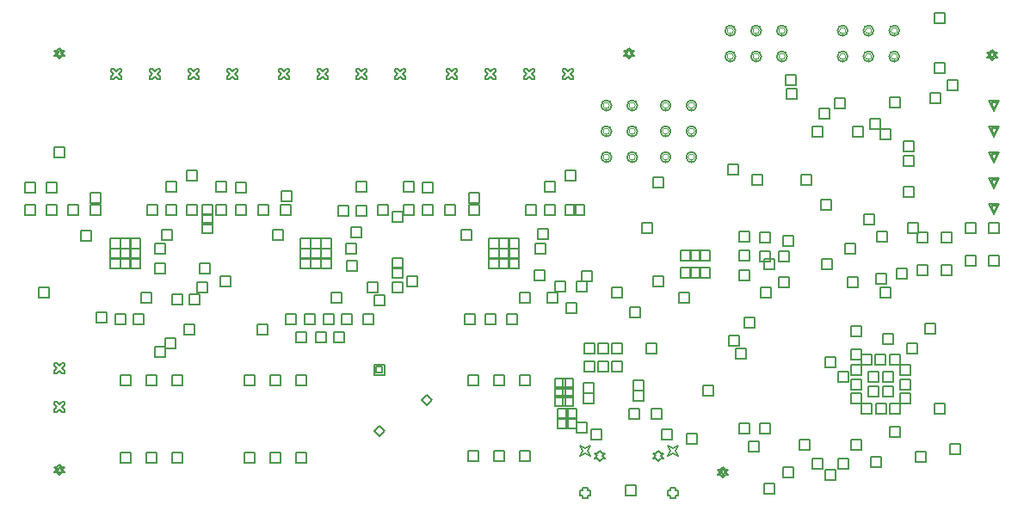
<source format=gbr>
%TF.GenerationSoftware,Altium Limited,Altium Designer,23.4.1 (23)*%
G04 Layer_Color=2752767*
%FSLAX26Y26*%
%MOIN*%
%TF.SameCoordinates,1A73CDA2-CD66-4AEC-B2A4-79F9F1676FB0*%
%TF.FilePolarity,Positive*%
%TF.FileFunction,Drawing*%
%TF.Part,Single*%
G01*
G75*
%TA.AperFunction,NonConductor*%
%ADD57C,0.005000*%
%ADD118C,0.006667*%
%ADD119C,0.004000*%
D57*
X2182724Y58496D02*
Y48496D01*
X2202724D01*
Y58496D01*
X2212724D01*
Y78496D01*
X2202724D01*
Y88496D01*
X2182724D01*
Y78496D01*
X2172724D01*
Y58496D01*
X2182724D01*
X2249220Y193378D02*
X2259220Y203378D01*
X2269220D01*
X2259220Y213378D01*
X2269220Y223378D01*
X2259220D01*
X2249220Y233378D01*
X2239220Y223378D01*
X2229220D01*
X2239220Y213378D01*
X2229220Y203378D01*
X2239220D01*
X2249220Y193378D01*
X2172724Y212669D02*
X2182724Y232669D01*
X2172724Y252669D01*
X2192724Y242669D01*
X2212724Y252669D01*
X2202724Y232669D01*
X2212724Y212669D01*
X2192724Y222669D01*
X2172724Y212669D01*
X2476780Y193378D02*
X2486780Y203378D01*
X2496780D01*
X2486780Y213378D01*
X2496780Y223378D01*
X2486780D01*
X2476780Y233378D01*
X2466780Y223378D01*
X2456780D01*
X2466780Y213378D01*
X2456780Y203378D01*
X2466780D01*
X2476780Y193378D01*
X2523276Y58496D02*
Y48496D01*
X2543276D01*
Y58496D01*
X2553276D01*
Y78496D01*
X2543276D01*
Y88496D01*
X2523276D01*
Y78496D01*
X2513276D01*
Y58496D01*
X2523276D01*
X2513276Y212669D02*
X2523276Y232669D01*
X2513276Y252669D01*
X2533276Y242669D01*
X2553276Y252669D01*
X2543276Y232669D01*
X2553276Y212669D01*
X2533276Y222669D01*
X2513276Y212669D01*
X3776999Y1548543D02*
X3756999Y1588543D01*
X3796999D01*
X3776999Y1548543D01*
Y1556543D02*
X3764999Y1580543D01*
X3788999D01*
X3776999Y1556543D01*
Y1448543D02*
X3756999Y1488543D01*
X3796999D01*
X3776999Y1448543D01*
Y1456543D02*
X3764999Y1480543D01*
X3788999D01*
X3776999Y1456543D01*
Y1248543D02*
X3756999Y1288543D01*
X3796999D01*
X3776999Y1248543D01*
Y1256543D02*
X3764999Y1280543D01*
X3788999D01*
X3776999Y1256543D01*
Y1148543D02*
X3756999Y1188543D01*
X3796999D01*
X3776999Y1148543D01*
Y1156543D02*
X3764999Y1180543D01*
X3788999D01*
X3776999Y1156543D01*
Y1348543D02*
X3756999Y1388543D01*
X3796999D01*
X3776999Y1348543D01*
Y1356543D02*
X3764999Y1380543D01*
X3788999D01*
X3776999Y1356543D01*
X2727001Y130000D02*
X2737001Y140000D01*
X2747001D01*
X2737001Y150000D01*
X2747001Y160000D01*
X2737001D01*
X2727001Y170000D01*
X2717001Y160000D01*
X2707001D01*
X2717001Y150000D01*
X2707001Y140000D01*
X2717001D01*
X2727001Y130000D01*
Y138000D02*
X2733001Y144000D01*
X2739001D01*
X2733001Y150000D01*
X2739001Y156000D01*
X2733001D01*
X2727001Y162000D01*
X2721001Y156000D01*
X2715001D01*
X2721001Y150000D01*
X2715001Y144000D01*
X2721001D01*
X2727001Y138000D01*
X3223394Y470119D02*
Y510119D01*
X3263394D01*
Y470119D01*
X3223394D01*
Y525237D02*
Y565237D01*
X3263394D01*
Y525237D01*
X3223394D01*
Y415000D02*
Y455000D01*
X3263394D01*
Y415000D01*
X3223394D01*
X3262764Y564607D02*
Y604607D01*
X3302764D01*
Y564607D01*
X3262764D01*
Y375630D02*
Y415630D01*
X3302764D01*
Y375630D01*
X3262764D01*
X3317882D02*
Y415630D01*
X3357882D01*
Y375630D01*
X3317882D01*
X3373001D02*
Y415630D01*
X3413001D01*
Y375630D01*
X3373001D01*
X3345441Y442560D02*
Y482560D01*
X3385441D01*
Y442560D01*
X3345441D01*
X3412371Y415000D02*
Y455000D01*
X3452371D01*
Y415000D01*
X3412371D01*
X3290323Y442560D02*
Y482560D01*
X3330323D01*
Y442560D01*
X3290323D01*
Y497678D02*
Y537678D01*
X3330323D01*
Y497678D01*
X3290323D01*
X3345441D02*
Y537678D01*
X3385441D01*
Y497678D01*
X3345441D01*
X3371819Y564607D02*
Y604607D01*
X3411819D01*
Y564607D01*
X3371819D01*
X3316424Y565243D02*
Y605243D01*
X3356424D01*
Y565243D01*
X3316424D01*
X3412371Y525237D02*
Y565237D01*
X3452371D01*
Y525237D01*
X3412371D01*
Y470119D02*
Y510119D01*
X3452371D01*
Y470119D01*
X3412371D01*
X1375000Y310000D02*
X1395000Y330000D01*
X1415000Y310000D01*
X1395000Y290000D01*
X1375000Y310000D01*
X1560039Y428110D02*
X1580039Y448110D01*
X1600039Y428110D01*
X1580039Y408110D01*
X1560039Y428110D01*
X1375000Y526221D02*
Y566221D01*
X1415000D01*
Y526221D01*
X1375000D01*
X1383000Y534221D02*
Y558221D01*
X1407000D01*
Y534221D01*
X1383000D01*
X506772Y1672913D02*
X516772D01*
X526772Y1682913D01*
X536772Y1672913D01*
X546772D01*
Y1682913D01*
X536772Y1692913D01*
X546772Y1702913D01*
Y1712913D01*
X536772D01*
X526772Y1702913D01*
X516772Y1712913D01*
X506772D01*
Y1702913D01*
X516772Y1692913D01*
X506772Y1682913D01*
Y1672913D01*
X356772D02*
X366772D01*
X376772Y1682913D01*
X386772Y1672913D01*
X396772D01*
Y1682913D01*
X386772Y1692913D01*
X396772Y1702913D01*
Y1712913D01*
X386772D01*
X376772Y1702913D01*
X366772Y1712913D01*
X356772D01*
Y1702913D01*
X366772Y1692913D01*
X356772Y1682913D01*
Y1672913D01*
X656772D02*
X666772D01*
X676772Y1682913D01*
X686772Y1672913D01*
X696772D01*
Y1682913D01*
X686772Y1692913D01*
X696772Y1702913D01*
Y1712913D01*
X686772D01*
X676772Y1702913D01*
X666772Y1712913D01*
X656772D01*
Y1702913D01*
X666772Y1692913D01*
X656772Y1682913D01*
Y1672913D01*
X806772D02*
X816772D01*
X826772Y1682913D01*
X836772Y1672913D01*
X846772D01*
Y1682913D01*
X836772Y1692913D01*
X846772Y1702913D01*
Y1712913D01*
X836772D01*
X826772Y1702913D01*
X816772Y1712913D01*
X806772D01*
Y1702913D01*
X816772Y1692913D01*
X806772Y1682913D01*
Y1672913D01*
X137481Y381370D02*
X147481D01*
X157481Y391370D01*
X167481Y381370D01*
X177481D01*
Y391370D01*
X167481Y401370D01*
X177481Y411370D01*
Y421370D01*
X167481D01*
X157481Y411370D01*
X147481Y421370D01*
X137481D01*
Y411370D01*
X147481Y401370D01*
X137481Y391370D01*
Y381370D01*
Y531370D02*
X147481D01*
X157481Y541370D01*
X167481Y531370D01*
X177481D01*
Y541370D01*
X167481Y551370D01*
X177481Y561370D01*
Y571370D01*
X167481D01*
X157481Y561370D01*
X147481Y571370D01*
X137481D01*
Y561370D01*
X147481Y551370D01*
X137481Y541370D01*
Y531370D01*
X1805984Y1672913D02*
X1815984D01*
X1825984Y1682913D01*
X1835984Y1672913D01*
X1845984D01*
Y1682913D01*
X1835984Y1692913D01*
X1845984Y1702913D01*
Y1712913D01*
X1835984D01*
X1825984Y1702913D01*
X1815984Y1712913D01*
X1805984D01*
Y1702913D01*
X1815984Y1692913D01*
X1805984Y1682913D01*
Y1672913D01*
X1655984D02*
X1665984D01*
X1675984Y1682913D01*
X1685984Y1672913D01*
X1695984D01*
Y1682913D01*
X1685984Y1692913D01*
X1695984Y1702913D01*
Y1712913D01*
X1685984D01*
X1675984Y1702913D01*
X1665984Y1712913D01*
X1655984D01*
Y1702913D01*
X1665984Y1692913D01*
X1655984Y1682913D01*
Y1672913D01*
X1955984D02*
X1965984D01*
X1975984Y1682913D01*
X1985984Y1672913D01*
X1995984D01*
Y1682913D01*
X1985984Y1692913D01*
X1995984Y1702913D01*
Y1712913D01*
X1985984D01*
X1975984Y1702913D01*
X1965984Y1712913D01*
X1955984D01*
Y1702913D01*
X1965984Y1692913D01*
X1955984Y1682913D01*
Y1672913D01*
X2105984D02*
X2115984D01*
X2125984Y1682913D01*
X2135984Y1672913D01*
X2145984D01*
Y1682913D01*
X2135984Y1692913D01*
X2145984Y1702913D01*
Y1712913D01*
X2135984D01*
X2125984Y1702913D01*
X2115984Y1712913D01*
X2105984D01*
Y1702913D01*
X2115984Y1692913D01*
X2105984Y1682913D01*
Y1672913D01*
X1156378D02*
X1166378D01*
X1176378Y1682913D01*
X1186378Y1672913D01*
X1196378D01*
Y1682913D01*
X1186378Y1692913D01*
X1196378Y1702913D01*
Y1712913D01*
X1186378D01*
X1176378Y1702913D01*
X1166378Y1712913D01*
X1156378D01*
Y1702913D01*
X1166378Y1692913D01*
X1156378Y1682913D01*
Y1672913D01*
X1006378D02*
X1016378D01*
X1026378Y1682913D01*
X1036378Y1672913D01*
X1046378D01*
Y1682913D01*
X1036378Y1692913D01*
X1046378Y1702913D01*
Y1712913D01*
X1036378D01*
X1026378Y1702913D01*
X1016378Y1712913D01*
X1006378D01*
Y1702913D01*
X1016378Y1692913D01*
X1006378Y1682913D01*
Y1672913D01*
X1306378D02*
X1316378D01*
X1326378Y1682913D01*
X1336378Y1672913D01*
X1346378D01*
Y1682913D01*
X1336378Y1692913D01*
X1346378Y1702913D01*
Y1712913D01*
X1336378D01*
X1326378Y1702913D01*
X1316378Y1712913D01*
X1306378D01*
Y1702913D01*
X1316378Y1692913D01*
X1306378Y1682913D01*
Y1672913D01*
X1456378D02*
X1466378D01*
X1476378Y1682913D01*
X1486378Y1672913D01*
X1496378D01*
Y1682913D01*
X1486378Y1692913D01*
X1496378Y1702913D01*
Y1712913D01*
X1486378D01*
X1476378Y1702913D01*
X1466378Y1712913D01*
X1456378D01*
Y1702913D01*
X1466378Y1692913D01*
X1456378Y1682913D01*
Y1672913D01*
X157481Y137481D02*
X167481Y147481D01*
X177481D01*
X167481Y157481D01*
X177481Y167481D01*
X167481D01*
X157481Y177481D01*
X147481Y167481D01*
X137481D01*
X147481Y157481D01*
X137481Y147481D01*
X147481D01*
X157481Y137481D01*
Y145481D02*
X163481Y151481D01*
X169481D01*
X163481Y157481D01*
X169481Y163481D01*
X163481D01*
X157481Y169481D01*
X151481Y163481D01*
X145481D01*
X151481Y157481D01*
X145481Y151481D01*
X151481D01*
X157481Y145481D01*
X3770001Y1747001D02*
X3780001Y1757001D01*
X3790001D01*
X3780001Y1767001D01*
X3790001Y1777001D01*
X3780001D01*
X3770001Y1787001D01*
X3760001Y1777001D01*
X3750001D01*
X3760001Y1767001D01*
X3750001Y1757001D01*
X3760001D01*
X3770001Y1747001D01*
Y1755001D02*
X3776001Y1761001D01*
X3782001D01*
X3776001Y1767001D01*
X3782001Y1773001D01*
X3776001D01*
X3770001Y1779001D01*
X3764001Y1773001D01*
X3758001D01*
X3764001Y1767001D01*
X3758001Y1761001D01*
X3764001D01*
X3770001Y1755001D01*
X2362205Y1751654D02*
X2372205Y1761654D01*
X2382205D01*
X2372205Y1771654D01*
X2382205Y1781654D01*
X2372205D01*
X2362205Y1791654D01*
X2352205Y1781654D01*
X2342205D01*
X2352205Y1771654D01*
X2342205Y1761654D01*
X2352205D01*
X2362205Y1751654D01*
Y1759654D02*
X2368205Y1765654D01*
X2374205D01*
X2368205Y1771654D01*
X2374205Y1777654D01*
X2368205D01*
X2362205Y1783654D01*
X2356205Y1777654D01*
X2350205D01*
X2356205Y1771654D01*
X2350205Y1765654D01*
X2356205D01*
X2362205Y1759654D01*
X157481Y1751654D02*
X167481Y1761654D01*
X177481D01*
X167481Y1771654D01*
X177481Y1781654D01*
X167481D01*
X157481Y1791654D01*
X147481Y1781654D01*
X137481D01*
X147481Y1771654D01*
X137481Y1761654D01*
X147481D01*
X157481Y1751654D01*
Y1759654D02*
X163481Y1765654D01*
X169481D01*
X163481Y1771654D01*
X169481Y1777654D01*
X163481D01*
X157481Y1783654D01*
X151481Y1777654D01*
X145481D01*
X151481Y1771654D01*
X145481Y1765654D01*
X151481D01*
X157481Y1759654D01*
X3544882Y1890000D02*
Y1930000D01*
X3584882D01*
Y1890000D01*
X3544882D01*
Y1695118D02*
Y1735118D01*
X3584882D01*
Y1695118D01*
X3544882D01*
X275270Y1192338D02*
Y1232338D01*
X315270D01*
Y1192338D01*
X275270D01*
X649900Y1279000D02*
Y1319000D01*
X689900D01*
Y1279000D01*
X649900D01*
X1015000Y1200000D02*
Y1240000D01*
X1055000D01*
Y1200000D01*
X1015000D01*
X1741374Y1192338D02*
Y1232338D01*
X1781374D01*
Y1192338D01*
X1741374D01*
X700000Y917605D02*
Y957605D01*
X740000D01*
Y917605D01*
X700000D01*
X2885000Y935000D02*
Y975000D01*
X2925000D01*
Y935000D01*
X2885000D01*
X2839687Y1260560D02*
Y1300560D01*
X2879687D01*
Y1260560D01*
X2839687D01*
X3029756Y1261806D02*
Y1301806D01*
X3069756D01*
Y1261806D01*
X3029756D01*
X2650000Y443843D02*
Y483843D01*
X2690000D01*
Y443843D01*
X2650000D01*
X2790000Y300106D02*
Y340106D01*
X2830000D01*
Y300106D01*
X2790000D01*
X2868755D02*
Y340106D01*
X2908755D01*
Y300106D01*
X2868755D01*
X2825000Y229819D02*
Y269819D01*
X2865000D01*
Y229819D01*
X2825000D01*
X3425000Y1335000D02*
Y1375000D01*
X3465000D01*
Y1335000D01*
X3425000D01*
X3400000Y900000D02*
Y940000D01*
X3440000D01*
Y900000D01*
X3400000D01*
X2810000Y708691D02*
Y748691D01*
X2850000D01*
Y708691D01*
X2810000D01*
X3335000Y1440000D02*
Y1480000D01*
X3375000D01*
Y1440000D01*
X3335000D01*
X2960000Y1025000D02*
Y1065000D01*
X3000000D01*
Y1025000D01*
X2960000D01*
X3320000Y880000D02*
Y920000D01*
X3360000D01*
Y880000D01*
X3320000D01*
X3200000Y994812D02*
Y1034812D01*
X3240000D01*
Y994812D01*
X3200000D01*
X3321819Y1042323D02*
Y1082323D01*
X3361819D01*
Y1042323D01*
X3321819D01*
X3105000Y1165000D02*
Y1205000D01*
X3145000D01*
Y1165000D01*
X3105000D01*
X3425000Y1216417D02*
Y1256417D01*
X3465000D01*
Y1216417D01*
X3425000D01*
Y1393583D02*
Y1433583D01*
X3465000D01*
Y1393583D01*
X3425000D01*
X23000Y1233157D02*
Y1273157D01*
X63001D01*
Y1233157D01*
X23000D01*
X106270D02*
Y1273157D01*
X146270D01*
Y1233157D01*
X106270D01*
X567900Y1235645D02*
Y1275645D01*
X607900D01*
Y1235645D01*
X567900D01*
X763969D02*
Y1275645D01*
X803969D01*
Y1235645D01*
X763969D01*
X838969Y1233471D02*
Y1273471D01*
X878969D01*
Y1233471D01*
X838969D01*
X1306625Y1235645D02*
Y1275645D01*
X1346625D01*
Y1235645D01*
X1306625D01*
X1489000D02*
Y1275645D01*
X1529000D01*
Y1235645D01*
X1489000D01*
X1564000Y1233613D02*
Y1273613D01*
X1604000D01*
Y1233613D01*
X1564000D01*
X2034481Y1235645D02*
Y1275645D01*
X2074481D01*
Y1235645D01*
X2034481D01*
X2117158Y1277406D02*
Y1317406D01*
X2157158D01*
Y1277406D01*
X2117158D01*
X3479819Y1040000D02*
Y1080000D01*
X3519819D01*
Y1040000D01*
X3479819D01*
X3571819D02*
Y1080000D01*
X3611819D01*
Y1040000D01*
X3571819D01*
X3665000Y1075000D02*
Y1115000D01*
X3705000D01*
Y1075000D01*
X3665000D01*
X3756999D02*
Y1115000D01*
X3796999D01*
Y1075000D01*
X3756999D01*
X2217016Y273842D02*
Y313842D01*
X2257016D01*
Y273842D01*
X2217016D01*
X2490000Y275000D02*
Y315000D01*
X2530000D01*
Y275000D01*
X2490000D01*
X2450030Y355000D02*
Y395000D01*
X2490030D01*
Y355000D01*
X2450030D01*
X2120000D02*
Y395000D01*
X2160000D01*
Y355000D01*
X2120000D01*
X2107158Y438843D02*
Y478843D01*
X2147158D01*
Y438843D01*
X2107158D01*
X2120000Y764744D02*
Y804744D01*
X2160000D01*
Y764744D01*
X2120000D01*
X2563997Y902487D02*
Y942487D01*
X2603997D01*
Y902487D01*
X2563997D01*
X2599414D02*
Y942487D01*
X2639414D01*
Y902487D01*
X2599414D01*
X2636999D02*
Y942487D01*
X2676999D01*
Y902487D01*
X2636999D01*
Y968701D02*
Y1008701D01*
X2676999D01*
Y968701D01*
X2636999D01*
X2599414D02*
Y1008701D01*
X2639414D01*
Y968701D01*
X2599414D01*
X2563997D02*
Y1008701D01*
X2603997D01*
Y968701D01*
X2563997D01*
X2870000Y1040000D02*
Y1080000D01*
X2910000D01*
Y1040000D01*
X2870000D01*
Y966772D02*
Y1006772D01*
X2910000D01*
Y966772D01*
X2870000D01*
X1220050Y653339D02*
Y693339D01*
X1260050D01*
Y653339D01*
X1220050D01*
X1149680D02*
Y693339D01*
X1189680D01*
Y653339D01*
X1149680D01*
X1072286D02*
Y693339D01*
X1112286D01*
Y653339D01*
X1072286D01*
X922286Y682067D02*
Y722067D01*
X962286D01*
Y682067D01*
X922286D01*
X689900Y846321D02*
Y886321D01*
X729900D01*
Y846321D01*
X689900D01*
X1445000D02*
Y886321D01*
X1485000D01*
Y846321D01*
X1445000D01*
X2159426Y848712D02*
Y888712D01*
X2199426D01*
Y848712D01*
X2159426D01*
X2971819Y1595000D02*
Y1635000D01*
X3011819D01*
Y1595000D01*
X2971819D01*
X1090625Y1016030D02*
Y1056030D01*
X1130625D01*
Y1016030D01*
X1090625D01*
X1129995D02*
Y1056030D01*
X1169995D01*
Y1016030D01*
X1129995D01*
X1169365Y1016487D02*
Y1056487D01*
X1209365D01*
Y1016487D01*
X1169365D01*
X1090625Y937290D02*
Y977290D01*
X1130625D01*
Y937290D01*
X1090625D01*
X1129995D02*
Y977290D01*
X1169995D01*
Y937290D01*
X1129995D01*
X1170144D02*
Y977290D01*
X1210144D01*
Y937290D01*
X1170144D01*
X1169365Y976660D02*
Y1016660D01*
X1209365D01*
Y976660D01*
X1169365D01*
X1129995D02*
Y1016660D01*
X1169995D01*
Y976660D01*
X1129995D01*
X1090625D02*
Y1016660D01*
X1130625D01*
Y976660D01*
X1090625D01*
X430640Y1016487D02*
Y1056487D01*
X470640D01*
Y1016487D01*
X430640D01*
X391270D02*
Y1056487D01*
X431270D01*
Y1016487D01*
X391270D01*
X351900D02*
Y1056487D01*
X391900D01*
Y1016487D01*
X351900D01*
X430640Y976660D02*
Y1016660D01*
X470640D01*
Y976660D01*
X430640D01*
X391270D02*
Y1016660D01*
X431270D01*
Y976660D01*
X391270D01*
X351900D02*
Y1016660D01*
X391900D01*
Y976660D01*
X351900D01*
Y937290D02*
Y977290D01*
X391900D01*
Y937290D01*
X351900D01*
X391270D02*
Y977290D01*
X431270D01*
Y937290D01*
X391270D01*
X430640D02*
Y977290D01*
X470640D01*
Y937290D01*
X430640D01*
X1818481Y1016030D02*
Y1056030D01*
X1858481D01*
Y1016030D01*
X1818481D01*
X1857851D02*
Y1056030D01*
X1897851D01*
Y1016030D01*
X1857851D01*
X1897221D02*
Y1056030D01*
X1937221D01*
Y1016030D01*
X1897221D01*
Y976660D02*
Y1016660D01*
X1937221D01*
Y976660D01*
X1897221D01*
X1857851D02*
Y1016660D01*
X1897851D01*
Y976660D01*
X1857851D01*
X1818481D02*
Y1016660D01*
X1858481D01*
Y976660D01*
X1818481D01*
Y937290D02*
Y977290D01*
X1858481D01*
Y937290D01*
X1818481D01*
X1857851D02*
Y977290D01*
X1897851D01*
Y937290D01*
X1857851D01*
X1897221D02*
Y977290D01*
X1937221D01*
Y937290D01*
X1897221D01*
X2362103Y355000D02*
Y395000D01*
X2402103D01*
Y355000D01*
X2362103D01*
X2350000Y60000D02*
Y100000D01*
X2390000D01*
Y60000D01*
X2350000D01*
X2159426Y303000D02*
Y343000D01*
X2199426D01*
Y303000D01*
X2159426D01*
X2120000Y320000D02*
Y360000D01*
X2160000D01*
Y320000D01*
X2120000D01*
X2085000Y355000D02*
Y395000D01*
X2125000D01*
Y355000D01*
X2085000D01*
Y320000D02*
Y360000D01*
X2125000D01*
Y320000D01*
X2085000D01*
X2107099Y407000D02*
Y447000D01*
X2147099D01*
Y407000D01*
X2107099D01*
Y471063D02*
Y511063D01*
X2147099D01*
Y471063D01*
X2107099D01*
X2186006Y416833D02*
Y456833D01*
X2226006D01*
Y416833D01*
X2186006D01*
Y455000D02*
Y495000D01*
X2226006D01*
Y455000D01*
X2186006D01*
X2075000Y406833D02*
Y446833D01*
X2115000D01*
Y406833D01*
X2075000D01*
Y438843D02*
Y478843D01*
X2115000D01*
Y438843D01*
X2075000D01*
Y471063D02*
Y511063D01*
X2115000D01*
Y471063D01*
X2075000D01*
X2555000Y805000D02*
Y845000D01*
X2595000D01*
Y805000D01*
X2555000D01*
X3271819Y1110000D02*
Y1150000D01*
X3311819D01*
Y1110000D01*
X3271819D01*
X660000Y800000D02*
Y840000D01*
X700000D01*
Y800000D01*
X660000D01*
X2150000Y1144203D02*
Y1184203D01*
X2190000D01*
Y1144203D01*
X2150000D01*
X710000Y1075000D02*
Y1115000D01*
X750000D01*
Y1075000D01*
X710000D01*
Y1110000D02*
Y1150000D01*
X750000D01*
Y1110000D01*
X710000D01*
Y1144203D02*
Y1184203D01*
X750000D01*
Y1144203D01*
X710000D01*
X1938166Y484812D02*
Y524812D01*
X1978166D01*
Y484812D01*
X1938166D01*
X1838166Y485000D02*
Y525000D01*
X1878166D01*
Y485000D01*
X1838166D01*
X1738166D02*
Y525000D01*
X1778166D01*
Y485000D01*
X1738166D01*
X1072286Y484000D02*
Y524000D01*
X1112286D01*
Y484000D01*
X1072286D01*
X972286D02*
Y524000D01*
X1012286D01*
Y484000D01*
X972286D01*
X872286D02*
Y524000D01*
X912286D01*
Y484000D01*
X872286D01*
Y185000D02*
Y225000D01*
X912286D01*
Y185000D01*
X872286D01*
X972286D02*
Y225000D01*
X1012286D01*
Y185000D01*
X972286D01*
X1072286D02*
Y225000D01*
X1112286D01*
Y185000D01*
X1072286D01*
X1738166Y193378D02*
Y233378D01*
X1778166D01*
Y193378D01*
X1738166D01*
X1838166D02*
Y233378D01*
X1878166D01*
Y193378D01*
X1838166D01*
X1938166D02*
Y233378D01*
X1978166D01*
Y193378D01*
X1938166D01*
X394000Y185000D02*
Y225000D01*
X434000D01*
Y185000D01*
X394000D01*
X494000D02*
Y225000D01*
X534000D01*
Y185000D01*
X494000D01*
X594000D02*
Y225000D01*
X634000D01*
Y185000D01*
X594000D01*
Y485000D02*
Y525000D01*
X634000D01*
Y485000D01*
X594000D01*
X494000D02*
Y525000D01*
X534000D01*
Y485000D01*
X494000D01*
X394000Y484000D02*
Y524000D01*
X434000D01*
Y484000D01*
X394000D01*
X3230000Y1450000D02*
Y1490000D01*
X3270000D01*
Y1450000D01*
X3230000D01*
X1890000Y723012D02*
Y763012D01*
X1930000D01*
Y723012D01*
X1890000D01*
X2046906Y806082D02*
Y846082D01*
X2086906D01*
Y806082D01*
X2046906D01*
X1726851Y723012D02*
Y763012D01*
X1766851D01*
Y723012D01*
X1726851D01*
X1376877Y795669D02*
Y835669D01*
X1416877D01*
Y795669D01*
X1376877D01*
X1332963Y723012D02*
Y763012D01*
X1372963D01*
Y723012D01*
X1332963D01*
X526325Y917487D02*
Y957487D01*
X566325D01*
Y917487D01*
X526325D01*
X2750000Y640000D02*
Y680000D01*
X2790000D01*
Y640000D01*
X2750000D01*
X2776367Y587638D02*
Y627638D01*
X2816367D01*
Y587638D01*
X2776367D01*
X1269586Y930149D02*
Y970149D01*
X1309586D01*
Y930149D01*
X1269586D01*
X594000Y800000D02*
Y840000D01*
X634000D01*
Y800000D01*
X594000D01*
X137481Y1370000D02*
Y1410000D01*
X177481D01*
Y1370000D01*
X137481D01*
X2365000Y750000D02*
Y790000D01*
X2405000D01*
Y750000D01*
X2365000D01*
X3510000Y686063D02*
Y726063D01*
X3550000D01*
Y686063D01*
X3510000D01*
X3335000Y826438D02*
Y866438D01*
X3375000D01*
Y826438D01*
X3335000D01*
X2745000Y1303543D02*
Y1343543D01*
X2785000D01*
Y1303543D01*
X2745000D01*
X3295000Y1480000D02*
Y1520000D01*
X3335000D01*
Y1480000D01*
X3295000D01*
X3345000Y645000D02*
Y685000D01*
X3385000D01*
Y645000D01*
X3345000D01*
X3100000Y1520000D02*
Y1560000D01*
X3140000D01*
Y1520000D01*
X3100000D01*
X3223394Y586063D02*
Y626063D01*
X3263394D01*
Y586063D01*
X3223394D01*
X3110000Y935000D02*
Y975000D01*
X3150000D01*
Y935000D01*
X3110000D01*
X1994572Y892717D02*
Y932717D01*
X2034572D01*
Y892717D01*
X1994572D01*
X2960000Y130000D02*
Y170000D01*
X3000000D01*
Y130000D01*
X2960000D01*
X1997851Y996345D02*
Y1036345D01*
X2037851D01*
Y996345D01*
X1997851D01*
X2296438Y826438D02*
Y866438D01*
X2336438D01*
Y826438D01*
X2296438D01*
X2872894D02*
Y866438D01*
X2912894D01*
Y826438D01*
X2872894D01*
X2885000Y66575D02*
Y106575D01*
X2925000D01*
Y66575D01*
X2885000D01*
X3210000Y865000D02*
Y905000D01*
X3250000D01*
Y865000D01*
X3210000D01*
X2941823D02*
Y905000D01*
X2981823D01*
Y865000D01*
X2941823D01*
X2970000Y1650000D02*
Y1690000D01*
X3010000D01*
Y1650000D01*
X2970000D01*
X2941823Y966772D02*
Y1006772D01*
X2981823D01*
Y966772D01*
X2941823D01*
X3160000Y1560000D02*
Y1600000D01*
X3200000D01*
Y1560000D01*
X3160000D01*
X3222607Y236064D02*
Y276063D01*
X3262607D01*
Y236064D01*
X3222607D01*
X3300000Y170000D02*
Y210000D01*
X3340000D01*
Y170000D01*
X3300000D01*
X3371819Y1563181D02*
Y1603181D01*
X3411819D01*
Y1563181D01*
X3371819D01*
Y286063D02*
Y326063D01*
X3411819D01*
Y286063D01*
X3371819D01*
X3530000Y1580000D02*
Y1620000D01*
X3570000D01*
Y1580000D01*
X3530000D01*
X3545000Y375630D02*
Y415630D01*
X3585000D01*
Y375630D01*
X3545000D01*
X3605000Y220000D02*
Y260000D01*
X3645000D01*
Y220000D01*
X3605000D01*
X3595678Y1629322D02*
Y1669322D01*
X3635678D01*
Y1629322D01*
X3595678D01*
X3171819Y163181D02*
Y203181D01*
X3211819D01*
Y163181D01*
X3171819D01*
X3121819Y120000D02*
Y160000D01*
X3161819D01*
Y120000D01*
X3121819D01*
X1250050Y723405D02*
Y763405D01*
X1290050D01*
Y723405D01*
X1250050D01*
X3021819Y236064D02*
Y276063D01*
X3061819D01*
Y236064D01*
X3021819D01*
X3071819Y1450000D02*
Y1490000D01*
X3111819D01*
Y1450000D01*
X3071819D01*
X3071819Y163181D02*
Y203181D01*
X3111819D01*
Y163181D01*
X3071819D01*
X1504000Y868487D02*
Y908487D01*
X1544000D01*
Y868487D01*
X1504000D01*
X2075760Y848712D02*
Y888712D01*
X2115760D01*
Y848712D01*
X2075760D01*
X1347963Y846321D02*
Y886321D01*
X1387963D01*
Y846321D01*
X1347963D01*
X2180000Y890000D02*
Y930000D01*
X2220000D01*
Y890000D01*
X2180000D01*
X76270Y825000D02*
Y865000D01*
X116270D01*
Y825000D01*
X76270D01*
X637914Y682067D02*
Y722067D01*
X677914D01*
Y682067D01*
X637914D01*
X778969Y868487D02*
Y908487D01*
X818969D01*
Y868487D01*
X778969D01*
X1445000Y902487D02*
Y942487D01*
X1485000D01*
Y902487D01*
X1445000D01*
X3121819Y555000D02*
Y595000D01*
X3161819D01*
Y555000D01*
X3121819D01*
X565000Y630000D02*
Y670000D01*
X605000D01*
Y630000D01*
X565000D01*
X526325Y595000D02*
Y635000D01*
X566325D01*
Y595000D01*
X526325D01*
X3171819Y497678D02*
Y537678D01*
X3211819D01*
Y497678D01*
X3171819D01*
X526325Y996345D02*
Y1036345D01*
X566325D01*
Y996345D01*
X526325D01*
X3223394Y675000D02*
Y715000D01*
X3263394D01*
Y675000D01*
X3223394D01*
X1445000Y937290D02*
Y977290D01*
X1485000D01*
Y937290D01*
X1445000D01*
Y1118578D02*
Y1158578D01*
X1485000D01*
Y1118578D01*
X1445000D01*
X2790000Y1042323D02*
Y1082323D01*
X2830000D01*
Y1042323D01*
X2790000D01*
X2457540Y1250645D02*
Y1290645D01*
X2497540D01*
Y1250645D01*
X2457540D01*
X2414102Y1075085D02*
Y1115085D01*
X2454102D01*
Y1075085D01*
X2414102D01*
X1265050Y996345D02*
Y1036345D01*
X1305050D01*
Y996345D01*
X1265050D01*
X3471819Y190000D02*
Y230000D01*
X3511819D01*
Y190000D01*
X3471819D01*
X3441579Y1074760D02*
Y1114760D01*
X3481579D01*
Y1074760D01*
X3441579D01*
X3439819Y610000D02*
Y650000D01*
X3479819D01*
Y610000D01*
X3439819D01*
X2429102D02*
Y650000D01*
X2469102D01*
Y610000D01*
X2429102D01*
X2456540Y870000D02*
Y910000D01*
X2496540D01*
Y870000D01*
X2456540D01*
X3756999Y947992D02*
Y987992D01*
X3796999D01*
Y947992D01*
X3756999D01*
X3665000D02*
Y987992D01*
X3705000D01*
Y947992D01*
X3665000D01*
X3571819Y912992D02*
Y952992D01*
X3611819D01*
Y912992D01*
X3571819D01*
X3479819D02*
Y952992D01*
X3519819D01*
Y912992D01*
X3479819D01*
X2790000Y892717D02*
Y932717D01*
X2830000D01*
Y892717D01*
X2790000D01*
Y968701D02*
Y1008701D01*
X2830000D01*
Y968701D01*
X2790000D01*
X2380000Y425000D02*
Y465000D01*
X2420000D01*
Y425000D01*
X2380000D01*
Y465000D02*
Y505000D01*
X2420000D01*
Y465000D01*
X2380000D01*
X2585000Y260000D02*
Y300000D01*
X2625000D01*
Y260000D01*
X2585000D01*
X2190000Y540000D02*
Y580000D01*
X2230000D01*
Y540000D01*
X2190000D01*
X2242103D02*
Y580000D01*
X2282103D01*
Y540000D01*
X2242103D01*
X2295000D02*
Y580000D01*
X2335000D01*
Y540000D01*
X2295000D01*
Y610000D02*
Y650000D01*
X2335000D01*
Y610000D01*
X2295000D01*
X2242103D02*
Y650000D01*
X2282103D01*
Y610000D01*
X2242103D01*
X2190000D02*
Y650000D01*
X2230000D01*
Y610000D01*
X2190000D01*
X2116481Y1144203D02*
Y1184203D01*
X2156481D01*
Y1144203D01*
X2116481D01*
X2034481D02*
Y1184203D01*
X2074481D01*
Y1144203D01*
X2034481D01*
X1962851D02*
Y1184203D01*
X2002851D01*
Y1144203D01*
X1962851D01*
X1741851D02*
Y1184203D01*
X1781851D01*
Y1144203D01*
X1741851D01*
X1649457D02*
Y1184203D01*
X1689457D01*
Y1144203D01*
X1649457D01*
X1564000D02*
Y1184203D01*
X1604000D01*
Y1144203D01*
X1564000D01*
X1489000D02*
Y1184203D01*
X1529000D01*
Y1144203D01*
X1489000D01*
X1389302Y1144346D02*
Y1184346D01*
X1429302D01*
Y1144346D01*
X1389302D01*
X1306625Y1142172D02*
Y1182172D01*
X1346625D01*
Y1142172D01*
X1306625D01*
X1234995D02*
Y1182172D01*
X1274995D01*
Y1142172D01*
X1234995D01*
X1013995Y1144203D02*
Y1184203D01*
X1053995D01*
Y1144203D01*
X1013995D01*
X924426Y1144346D02*
Y1184346D01*
X964426D01*
Y1144346D01*
X924426D01*
X838969D02*
Y1184346D01*
X878969D01*
Y1144346D01*
X838969D01*
X763969D02*
Y1184346D01*
X803969D01*
Y1144346D01*
X763969D01*
X649900D02*
Y1184346D01*
X689900D01*
Y1144346D01*
X649900D01*
X567900D02*
Y1184346D01*
X607900D01*
Y1144346D01*
X567900D01*
X496270Y1145164D02*
Y1185164D01*
X536270D01*
Y1145164D01*
X496270D01*
X275270Y1144346D02*
Y1184346D01*
X315270D01*
Y1144346D01*
X275270D01*
X189900Y1145164D02*
Y1185164D01*
X229900D01*
Y1145164D01*
X189900D01*
X106270D02*
Y1185164D01*
X146270D01*
Y1145164D01*
X106270D01*
X23000Y1144346D02*
Y1184346D01*
X63001D01*
Y1144346D01*
X23000D01*
X2010819Y1052323D02*
Y1092323D01*
X2050819D01*
Y1052323D01*
X2010819D01*
X1711851Y1048001D02*
Y1088001D01*
X1751851D01*
Y1048001D01*
X1711851D01*
X1286001Y1058001D02*
Y1098001D01*
X1326001D01*
Y1058001D01*
X1286001D01*
X983995Y1048001D02*
Y1088001D01*
X1023995D01*
Y1048001D01*
X983995D01*
X552900D02*
Y1088001D01*
X592900D01*
Y1048001D01*
X552900D01*
X239000Y1045001D02*
Y1085001D01*
X279000D01*
Y1045001D01*
X239000D01*
X1806166Y723012D02*
Y763012D01*
X1846166D01*
Y723012D01*
X1806166D01*
X1938536Y806082D02*
Y846082D01*
X1978536D01*
Y806082D01*
X1938536D01*
X1210680D02*
Y846082D01*
X1250680D01*
Y806082D01*
X1210680D01*
X1180680Y723405D02*
Y763405D01*
X1220680D01*
Y723405D01*
X1180680D01*
X1105000D02*
Y763405D01*
X1145000D01*
Y723405D01*
X1105000D01*
X1031570D02*
Y763405D01*
X1071570D01*
Y723405D01*
X1031570D01*
X300585Y728612D02*
Y768612D01*
X340585D01*
Y728612D01*
X300585D01*
X371585Y723405D02*
Y763405D01*
X411585D01*
Y723405D01*
X371585D01*
X441955D02*
Y763405D01*
X481955D01*
Y723405D01*
X441955D01*
X471955Y806082D02*
Y846082D01*
X511955D01*
Y806082D01*
X471955D01*
D118*
X2295000Y1370000D02*
G03*
X2295000Y1370000I-20000J0D01*
G01*
Y1570000D02*
G03*
X2295000Y1570000I-20000J0D01*
G01*
Y1470000D02*
G03*
X2295000Y1470000I-20000J0D01*
G01*
X2395000Y1370000D02*
G03*
X2395000Y1370000I-20000J0D01*
G01*
Y1470000D02*
G03*
X2395000Y1470000I-20000J0D01*
G01*
Y1570000D02*
G03*
X2395000Y1570000I-20000J0D01*
G01*
X2775000Y1760000D02*
G03*
X2775000Y1760000I-20000J0D01*
G01*
Y1860000D02*
G03*
X2775000Y1860000I-20000J0D01*
G01*
X2975000Y1760000D02*
G03*
X2975000Y1760000I-20000J0D01*
G01*
X2875000D02*
G03*
X2875000Y1760000I-20000J0D01*
G01*
Y1860000D02*
G03*
X2875000Y1860000I-20000J0D01*
G01*
X2975000D02*
G03*
X2975000Y1860000I-20000J0D01*
G01*
X3210000Y1760000D02*
G03*
X3210000Y1760000I-20000J0D01*
G01*
Y1860000D02*
G03*
X3210000Y1860000I-20000J0D01*
G01*
X3410000Y1760000D02*
G03*
X3410000Y1760000I-20000J0D01*
G01*
X3310000D02*
G03*
X3310000Y1760000I-20000J0D01*
G01*
Y1860000D02*
G03*
X3310000Y1860000I-20000J0D01*
G01*
X3410000D02*
G03*
X3410000Y1860000I-20000J0D01*
G01*
X2524414Y1370000D02*
G03*
X2524414Y1370000I-20000J0D01*
G01*
Y1570000D02*
G03*
X2524414Y1570000I-20000J0D01*
G01*
Y1470000D02*
G03*
X2524414Y1470000I-20000J0D01*
G01*
X2624414Y1370000D02*
G03*
X2624414Y1370000I-20000J0D01*
G01*
Y1470000D02*
G03*
X2624414Y1470000I-20000J0D01*
G01*
Y1570000D02*
G03*
X2624414Y1570000I-20000J0D01*
G01*
D119*
X2287000Y1370000D02*
G03*
X2287000Y1370000I-12000J0D01*
G01*
Y1570000D02*
G03*
X2287000Y1570000I-12000J0D01*
G01*
Y1470000D02*
G03*
X2287000Y1470000I-12000J0D01*
G01*
X2387000Y1370000D02*
G03*
X2387000Y1370000I-12000J0D01*
G01*
Y1470000D02*
G03*
X2387000Y1470000I-12000J0D01*
G01*
Y1570000D02*
G03*
X2387000Y1570000I-12000J0D01*
G01*
X2767000Y1760000D02*
G03*
X2767000Y1760000I-12000J0D01*
G01*
Y1860000D02*
G03*
X2767000Y1860000I-12000J0D01*
G01*
X2967000Y1760000D02*
G03*
X2967000Y1760000I-12000J0D01*
G01*
X2867000D02*
G03*
X2867000Y1760000I-12000J0D01*
G01*
Y1860000D02*
G03*
X2867000Y1860000I-12000J0D01*
G01*
X2967000D02*
G03*
X2967000Y1860000I-12000J0D01*
G01*
X3202000Y1760000D02*
G03*
X3202000Y1760000I-12000J0D01*
G01*
Y1860000D02*
G03*
X3202000Y1860000I-12000J0D01*
G01*
X3402000Y1760000D02*
G03*
X3402000Y1760000I-12000J0D01*
G01*
X3302000D02*
G03*
X3302000Y1760000I-12000J0D01*
G01*
Y1860000D02*
G03*
X3302000Y1860000I-12000J0D01*
G01*
X3402000D02*
G03*
X3402000Y1860000I-12000J0D01*
G01*
X2516414Y1370000D02*
G03*
X2516414Y1370000I-12000J0D01*
G01*
Y1570000D02*
G03*
X2516414Y1570000I-12000J0D01*
G01*
Y1470000D02*
G03*
X2516414Y1470000I-12000J0D01*
G01*
X2616414Y1370000D02*
G03*
X2616414Y1370000I-12000J0D01*
G01*
Y1470000D02*
G03*
X2616414Y1470000I-12000J0D01*
G01*
Y1570000D02*
G03*
X2616414Y1570000I-12000J0D01*
G01*
%TF.MD5,e9c344d872a2bfcf6274050f29777cd4*%
M02*

</source>
